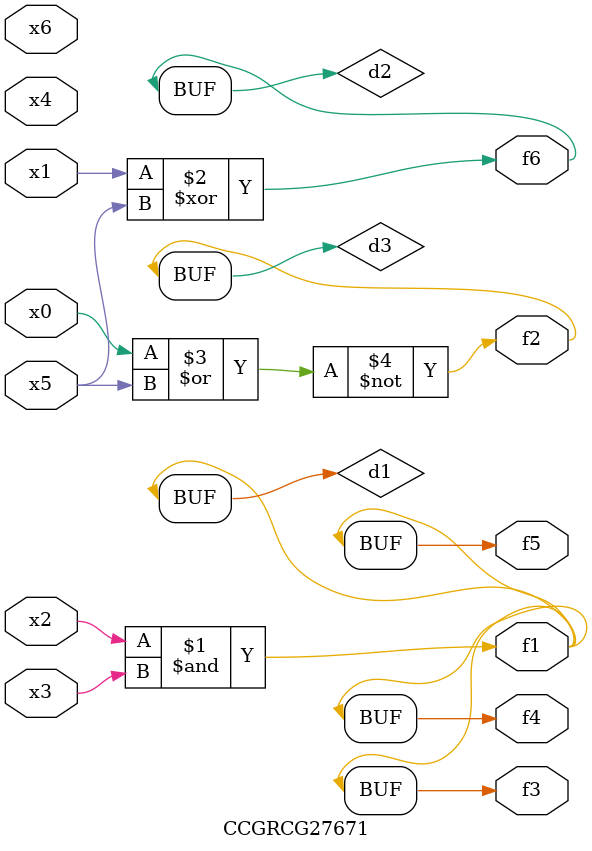
<source format=v>
module CCGRCG27671(
	input x0, x1, x2, x3, x4, x5, x6,
	output f1, f2, f3, f4, f5, f6
);

	wire d1, d2, d3;

	and (d1, x2, x3);
	xor (d2, x1, x5);
	nor (d3, x0, x5);
	assign f1 = d1;
	assign f2 = d3;
	assign f3 = d1;
	assign f4 = d1;
	assign f5 = d1;
	assign f6 = d2;
endmodule

</source>
